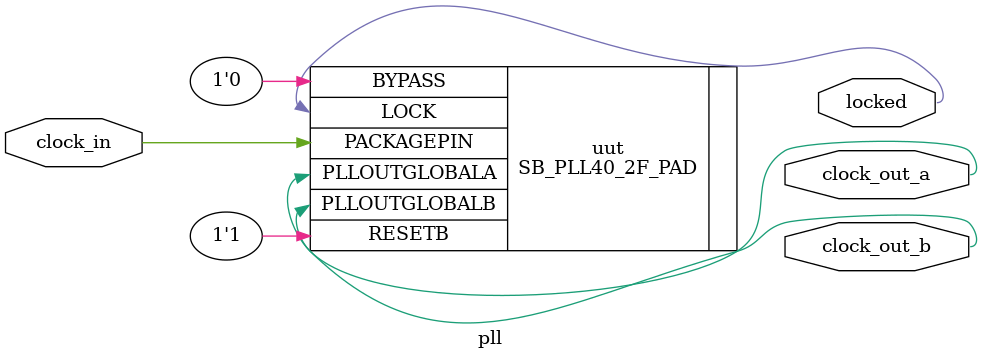
<source format=v>
/**
 * PLL configuration
 *
 * This Verilog module was generated automatically
 * using the icepll tool from the IceStorm project.
 * Use at your own risk.
 *
 * Given input frequency:       100.000 MHz
 * Requested output frequency:   30.000 MHz
 * Achieved output frequency:    30.000 MHz
 */

module pll(
	input  clock_in,
	output clock_out_a,
	output clock_out_b,
	output locked
	);

SB_PLL40_2F_PAD #(
		.FEEDBACK_PATH("SIMPLE"),
		.DIVR(4'b0100),		// DIVR =  4
		.DIVF(7'b0101111),	// DIVF = 47
		.DIVQ(3'b101),		// DIVQ =  5
		.FILTER_RANGE(3'b010),	// FILTER_RANGE = 2
		.PLLOUT_SELECT_PORTB("GENCLK_HALF")
	) uut (
		.LOCK(locked),
		.RESETB(1'b1),
		.BYPASS(1'b0),
		.PACKAGEPIN(clock_in),
		.PLLOUTGLOBALA(clock_out_a),
		.PLLOUTGLOBALB(clock_out_b)
		);

endmodule

</source>
